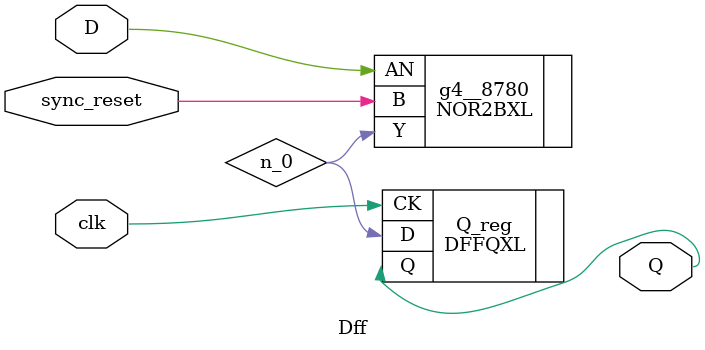
<source format=v>


// Verification Directory fv/Dff 

module Dff(D, clk, sync_reset, Q);
  input D, clk, sync_reset;
  output Q;
  wire D, clk, sync_reset;
  wire Q;
  wire n_0;
  DFFQXL Q_reg(.CK (clk), .D (n_0), .Q (Q));
  NOR2BXL g4__8780(.AN (D), .B (sync_reset), .Y (n_0));
endmodule


</source>
